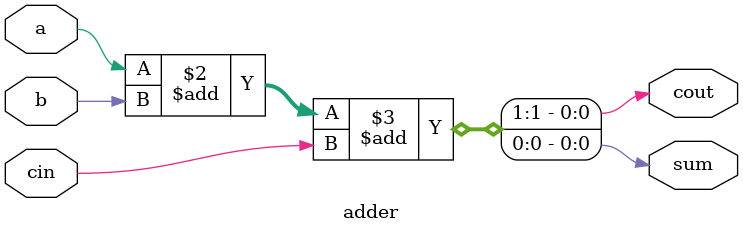
<source format=v>
module adder ( input a, b, cin, output reg sum, cout);
	always @ (a or b or cin) begin
		{cout, sum} = a + b + cin;
	end
endmodule
</source>
